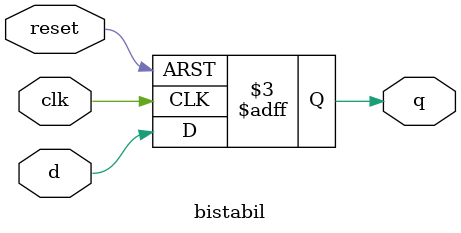
<source format=v>
module bistabil (
d   , // Data Input
clk    , // Clock Input
reset  , // Reset input
q        // Q output
);
//-----------Input Ports---------------
input d, clk, reset ; 

//-----------Output Ports---------------
output q;

//------------Internal Variables--------
reg q;

//-------------Code Starts Here---------
always @ ( posedge clk or negedge reset)
if (~reset) begin
  q <= 1'b0;
end  else begin
  q <= d;
end

endmodule //End Of Module dff_sync_reset
</source>
